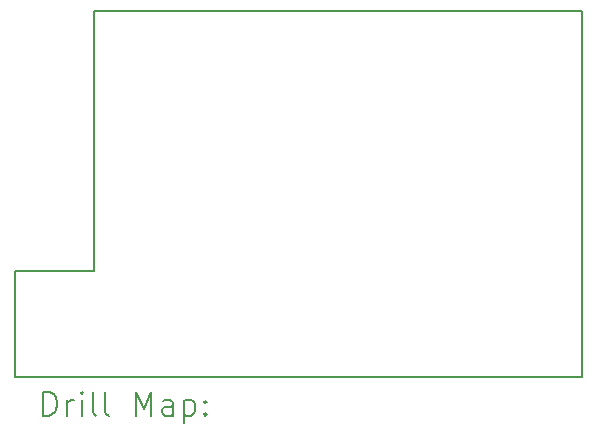
<source format=gbr>
%TF.GenerationSoftware,KiCad,Pcbnew,7.0.2-6a45011f42~172~ubuntu20.04.1*%
%TF.CreationDate,2023-05-13T12:05:14+10:00*%
%TF.ProjectId,pcb_redesign,7063625f-7265-4646-9573-69676e2e6b69,rev?*%
%TF.SameCoordinates,Original*%
%TF.FileFunction,Drillmap*%
%TF.FilePolarity,Positive*%
%FSLAX45Y45*%
G04 Gerber Fmt 4.5, Leading zero omitted, Abs format (unit mm)*
G04 Created by KiCad (PCBNEW 7.0.2-6a45011f42~172~ubuntu20.04.1) date 2023-05-13 12:05:14*
%MOMM*%
%LPD*%
G01*
G04 APERTURE LIST*
%ADD10C,0.200000*%
G04 APERTURE END LIST*
D10*
X11265000Y-7800000D02*
X11265000Y-5800000D01*
X11265000Y-5800000D02*
X11265000Y-5600000D01*
X11265000Y-5800000D02*
X11265000Y-5800000D01*
X11265000Y-5600000D02*
X15400000Y-5600000D01*
X10600000Y-8700000D02*
X10600000Y-7800000D01*
X15400000Y-5600000D02*
X15400000Y-8700000D01*
X10600000Y-7800000D02*
X11265000Y-7800000D01*
X10600000Y-8700000D02*
X15400000Y-8700000D01*
X10837619Y-9022524D02*
X10837619Y-8822524D01*
X10837619Y-8822524D02*
X10885238Y-8822524D01*
X10885238Y-8822524D02*
X10913810Y-8832048D01*
X10913810Y-8832048D02*
X10932857Y-8851095D01*
X10932857Y-8851095D02*
X10942381Y-8870143D01*
X10942381Y-8870143D02*
X10951905Y-8908238D01*
X10951905Y-8908238D02*
X10951905Y-8936810D01*
X10951905Y-8936810D02*
X10942381Y-8974905D01*
X10942381Y-8974905D02*
X10932857Y-8993952D01*
X10932857Y-8993952D02*
X10913810Y-9013000D01*
X10913810Y-9013000D02*
X10885238Y-9022524D01*
X10885238Y-9022524D02*
X10837619Y-9022524D01*
X11037619Y-9022524D02*
X11037619Y-8889190D01*
X11037619Y-8927286D02*
X11047143Y-8908238D01*
X11047143Y-8908238D02*
X11056667Y-8898714D01*
X11056667Y-8898714D02*
X11075714Y-8889190D01*
X11075714Y-8889190D02*
X11094762Y-8889190D01*
X11161429Y-9022524D02*
X11161429Y-8889190D01*
X11161429Y-8822524D02*
X11151905Y-8832048D01*
X11151905Y-8832048D02*
X11161429Y-8841571D01*
X11161429Y-8841571D02*
X11170952Y-8832048D01*
X11170952Y-8832048D02*
X11161429Y-8822524D01*
X11161429Y-8822524D02*
X11161429Y-8841571D01*
X11285238Y-9022524D02*
X11266190Y-9013000D01*
X11266190Y-9013000D02*
X11256667Y-8993952D01*
X11256667Y-8993952D02*
X11256667Y-8822524D01*
X11390000Y-9022524D02*
X11370952Y-9013000D01*
X11370952Y-9013000D02*
X11361428Y-8993952D01*
X11361428Y-8993952D02*
X11361428Y-8822524D01*
X11618571Y-9022524D02*
X11618571Y-8822524D01*
X11618571Y-8822524D02*
X11685238Y-8965381D01*
X11685238Y-8965381D02*
X11751905Y-8822524D01*
X11751905Y-8822524D02*
X11751905Y-9022524D01*
X11932857Y-9022524D02*
X11932857Y-8917762D01*
X11932857Y-8917762D02*
X11923333Y-8898714D01*
X11923333Y-8898714D02*
X11904286Y-8889190D01*
X11904286Y-8889190D02*
X11866190Y-8889190D01*
X11866190Y-8889190D02*
X11847143Y-8898714D01*
X11932857Y-9013000D02*
X11913809Y-9022524D01*
X11913809Y-9022524D02*
X11866190Y-9022524D01*
X11866190Y-9022524D02*
X11847143Y-9013000D01*
X11847143Y-9013000D02*
X11837619Y-8993952D01*
X11837619Y-8993952D02*
X11837619Y-8974905D01*
X11837619Y-8974905D02*
X11847143Y-8955857D01*
X11847143Y-8955857D02*
X11866190Y-8946333D01*
X11866190Y-8946333D02*
X11913809Y-8946333D01*
X11913809Y-8946333D02*
X11932857Y-8936810D01*
X12028095Y-8889190D02*
X12028095Y-9089190D01*
X12028095Y-8898714D02*
X12047143Y-8889190D01*
X12047143Y-8889190D02*
X12085238Y-8889190D01*
X12085238Y-8889190D02*
X12104286Y-8898714D01*
X12104286Y-8898714D02*
X12113809Y-8908238D01*
X12113809Y-8908238D02*
X12123333Y-8927286D01*
X12123333Y-8927286D02*
X12123333Y-8984429D01*
X12123333Y-8984429D02*
X12113809Y-9003476D01*
X12113809Y-9003476D02*
X12104286Y-9013000D01*
X12104286Y-9013000D02*
X12085238Y-9022524D01*
X12085238Y-9022524D02*
X12047143Y-9022524D01*
X12047143Y-9022524D02*
X12028095Y-9013000D01*
X12209048Y-9003476D02*
X12218571Y-9013000D01*
X12218571Y-9013000D02*
X12209048Y-9022524D01*
X12209048Y-9022524D02*
X12199524Y-9013000D01*
X12199524Y-9013000D02*
X12209048Y-9003476D01*
X12209048Y-9003476D02*
X12209048Y-9022524D01*
X12209048Y-8898714D02*
X12218571Y-8908238D01*
X12218571Y-8908238D02*
X12209048Y-8917762D01*
X12209048Y-8917762D02*
X12199524Y-8908238D01*
X12199524Y-8908238D02*
X12209048Y-8898714D01*
X12209048Y-8898714D02*
X12209048Y-8917762D01*
M02*

</source>
